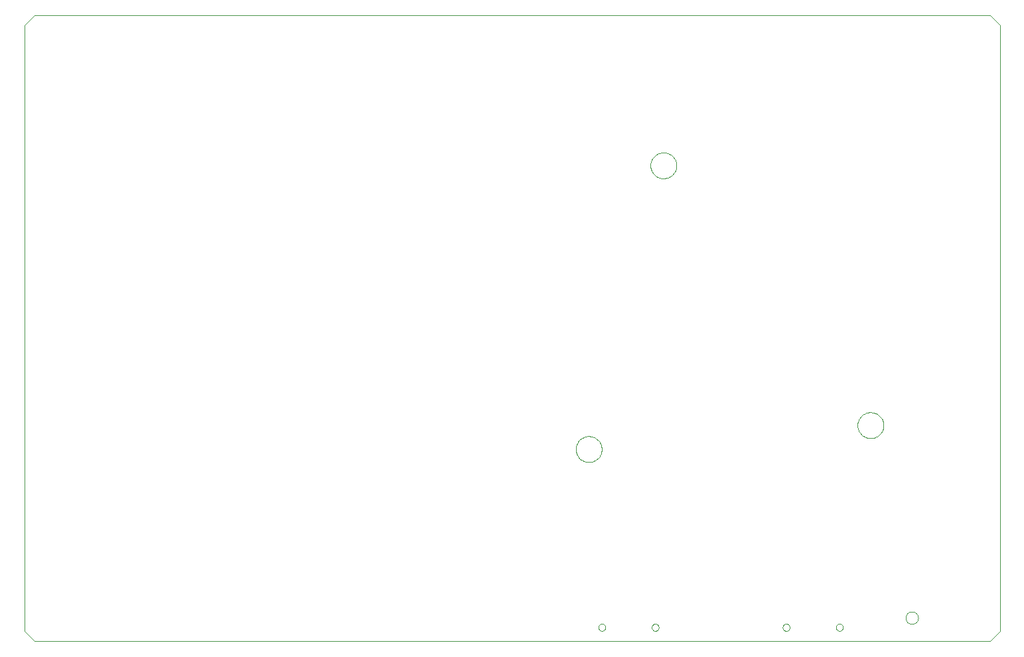
<source format=gko>
G75*
%MOIN*%
%OFA0B0*%
%FSLAX24Y24*%
%IPPOS*%
%LPD*%
%AMOC8*
5,1,8,0,0,1.08239X$1,22.5*
%
%ADD10C,0.0000*%
D10*
X007193Y006495D02*
X007693Y005995D01*
X055693Y005995D01*
X056193Y006495D01*
X056193Y036945D01*
X055693Y037445D01*
X007693Y037445D01*
X007193Y036945D01*
X007193Y006495D01*
X034893Y015645D02*
X034895Y015695D01*
X034901Y015745D01*
X034911Y015795D01*
X034924Y015843D01*
X034941Y015891D01*
X034962Y015937D01*
X034986Y015981D01*
X035014Y016023D01*
X035045Y016063D01*
X035079Y016100D01*
X035116Y016135D01*
X035155Y016166D01*
X035196Y016195D01*
X035240Y016220D01*
X035286Y016242D01*
X035333Y016260D01*
X035381Y016274D01*
X035430Y016285D01*
X035480Y016292D01*
X035530Y016295D01*
X035581Y016294D01*
X035631Y016289D01*
X035681Y016280D01*
X035729Y016268D01*
X035777Y016251D01*
X035823Y016231D01*
X035868Y016208D01*
X035911Y016181D01*
X035951Y016151D01*
X035989Y016118D01*
X036024Y016082D01*
X036057Y016043D01*
X036086Y016002D01*
X036112Y015959D01*
X036135Y015914D01*
X036154Y015867D01*
X036169Y015819D01*
X036181Y015770D01*
X036189Y015720D01*
X036193Y015670D01*
X036193Y015620D01*
X036189Y015570D01*
X036181Y015520D01*
X036169Y015471D01*
X036154Y015423D01*
X036135Y015376D01*
X036112Y015331D01*
X036086Y015288D01*
X036057Y015247D01*
X036024Y015208D01*
X035989Y015172D01*
X035951Y015139D01*
X035911Y015109D01*
X035868Y015082D01*
X035823Y015059D01*
X035777Y015039D01*
X035729Y015022D01*
X035681Y015010D01*
X035631Y015001D01*
X035581Y014996D01*
X035530Y014995D01*
X035480Y014998D01*
X035430Y015005D01*
X035381Y015016D01*
X035333Y015030D01*
X035286Y015048D01*
X035240Y015070D01*
X035196Y015095D01*
X035155Y015124D01*
X035116Y015155D01*
X035079Y015190D01*
X035045Y015227D01*
X035014Y015267D01*
X034986Y015309D01*
X034962Y015353D01*
X034941Y015399D01*
X034924Y015447D01*
X034911Y015495D01*
X034901Y015545D01*
X034895Y015595D01*
X034893Y015645D01*
X036028Y006695D02*
X036030Y006721D01*
X036036Y006747D01*
X036046Y006772D01*
X036059Y006795D01*
X036075Y006815D01*
X036095Y006833D01*
X036117Y006848D01*
X036140Y006860D01*
X036166Y006868D01*
X036192Y006872D01*
X036218Y006872D01*
X036244Y006868D01*
X036270Y006860D01*
X036294Y006848D01*
X036315Y006833D01*
X036335Y006815D01*
X036351Y006795D01*
X036364Y006772D01*
X036374Y006747D01*
X036380Y006721D01*
X036382Y006695D01*
X036380Y006669D01*
X036374Y006643D01*
X036364Y006618D01*
X036351Y006595D01*
X036335Y006575D01*
X036315Y006557D01*
X036293Y006542D01*
X036270Y006530D01*
X036244Y006522D01*
X036218Y006518D01*
X036192Y006518D01*
X036166Y006522D01*
X036140Y006530D01*
X036116Y006542D01*
X036095Y006557D01*
X036075Y006575D01*
X036059Y006595D01*
X036046Y006618D01*
X036036Y006643D01*
X036030Y006669D01*
X036028Y006695D01*
X038705Y006695D02*
X038707Y006721D01*
X038713Y006747D01*
X038723Y006772D01*
X038736Y006795D01*
X038752Y006815D01*
X038772Y006833D01*
X038794Y006848D01*
X038817Y006860D01*
X038843Y006868D01*
X038869Y006872D01*
X038895Y006872D01*
X038921Y006868D01*
X038947Y006860D01*
X038971Y006848D01*
X038992Y006833D01*
X039012Y006815D01*
X039028Y006795D01*
X039041Y006772D01*
X039051Y006747D01*
X039057Y006721D01*
X039059Y006695D01*
X039057Y006669D01*
X039051Y006643D01*
X039041Y006618D01*
X039028Y006595D01*
X039012Y006575D01*
X038992Y006557D01*
X038970Y006542D01*
X038947Y006530D01*
X038921Y006522D01*
X038895Y006518D01*
X038869Y006518D01*
X038843Y006522D01*
X038817Y006530D01*
X038793Y006542D01*
X038772Y006557D01*
X038752Y006575D01*
X038736Y006595D01*
X038723Y006618D01*
X038713Y006643D01*
X038707Y006669D01*
X038705Y006695D01*
X045278Y006695D02*
X045280Y006721D01*
X045286Y006747D01*
X045296Y006772D01*
X045309Y006795D01*
X045325Y006815D01*
X045345Y006833D01*
X045367Y006848D01*
X045390Y006860D01*
X045416Y006868D01*
X045442Y006872D01*
X045468Y006872D01*
X045494Y006868D01*
X045520Y006860D01*
X045544Y006848D01*
X045565Y006833D01*
X045585Y006815D01*
X045601Y006795D01*
X045614Y006772D01*
X045624Y006747D01*
X045630Y006721D01*
X045632Y006695D01*
X045630Y006669D01*
X045624Y006643D01*
X045614Y006618D01*
X045601Y006595D01*
X045585Y006575D01*
X045565Y006557D01*
X045543Y006542D01*
X045520Y006530D01*
X045494Y006522D01*
X045468Y006518D01*
X045442Y006518D01*
X045416Y006522D01*
X045390Y006530D01*
X045366Y006542D01*
X045345Y006557D01*
X045325Y006575D01*
X045309Y006595D01*
X045296Y006618D01*
X045286Y006643D01*
X045280Y006669D01*
X045278Y006695D01*
X047955Y006695D02*
X047957Y006721D01*
X047963Y006747D01*
X047973Y006772D01*
X047986Y006795D01*
X048002Y006815D01*
X048022Y006833D01*
X048044Y006848D01*
X048067Y006860D01*
X048093Y006868D01*
X048119Y006872D01*
X048145Y006872D01*
X048171Y006868D01*
X048197Y006860D01*
X048221Y006848D01*
X048242Y006833D01*
X048262Y006815D01*
X048278Y006795D01*
X048291Y006772D01*
X048301Y006747D01*
X048307Y006721D01*
X048309Y006695D01*
X048307Y006669D01*
X048301Y006643D01*
X048291Y006618D01*
X048278Y006595D01*
X048262Y006575D01*
X048242Y006557D01*
X048220Y006542D01*
X048197Y006530D01*
X048171Y006522D01*
X048145Y006518D01*
X048119Y006518D01*
X048093Y006522D01*
X048067Y006530D01*
X048043Y006542D01*
X048022Y006557D01*
X048002Y006575D01*
X047986Y006595D01*
X047973Y006618D01*
X047963Y006643D01*
X047957Y006669D01*
X047955Y006695D01*
X051455Y007176D02*
X051457Y007211D01*
X051463Y007246D01*
X051473Y007280D01*
X051486Y007313D01*
X051503Y007344D01*
X051524Y007372D01*
X051547Y007399D01*
X051574Y007422D01*
X051602Y007443D01*
X051633Y007460D01*
X051666Y007473D01*
X051700Y007483D01*
X051735Y007489D01*
X051770Y007491D01*
X051805Y007489D01*
X051840Y007483D01*
X051874Y007473D01*
X051907Y007460D01*
X051938Y007443D01*
X051966Y007422D01*
X051993Y007399D01*
X052016Y007372D01*
X052037Y007344D01*
X052054Y007313D01*
X052067Y007280D01*
X052077Y007246D01*
X052083Y007211D01*
X052085Y007176D01*
X052083Y007141D01*
X052077Y007106D01*
X052067Y007072D01*
X052054Y007039D01*
X052037Y007008D01*
X052016Y006980D01*
X051993Y006953D01*
X051966Y006930D01*
X051938Y006909D01*
X051907Y006892D01*
X051874Y006879D01*
X051840Y006869D01*
X051805Y006863D01*
X051770Y006861D01*
X051735Y006863D01*
X051700Y006869D01*
X051666Y006879D01*
X051633Y006892D01*
X051602Y006909D01*
X051574Y006930D01*
X051547Y006953D01*
X051524Y006980D01*
X051503Y007008D01*
X051486Y007039D01*
X051473Y007072D01*
X051463Y007106D01*
X051457Y007141D01*
X051455Y007176D01*
X049043Y016845D02*
X049045Y016895D01*
X049051Y016945D01*
X049061Y016995D01*
X049074Y017043D01*
X049091Y017091D01*
X049112Y017137D01*
X049136Y017181D01*
X049164Y017223D01*
X049195Y017263D01*
X049229Y017300D01*
X049266Y017335D01*
X049305Y017366D01*
X049346Y017395D01*
X049390Y017420D01*
X049436Y017442D01*
X049483Y017460D01*
X049531Y017474D01*
X049580Y017485D01*
X049630Y017492D01*
X049680Y017495D01*
X049731Y017494D01*
X049781Y017489D01*
X049831Y017480D01*
X049879Y017468D01*
X049927Y017451D01*
X049973Y017431D01*
X050018Y017408D01*
X050061Y017381D01*
X050101Y017351D01*
X050139Y017318D01*
X050174Y017282D01*
X050207Y017243D01*
X050236Y017202D01*
X050262Y017159D01*
X050285Y017114D01*
X050304Y017067D01*
X050319Y017019D01*
X050331Y016970D01*
X050339Y016920D01*
X050343Y016870D01*
X050343Y016820D01*
X050339Y016770D01*
X050331Y016720D01*
X050319Y016671D01*
X050304Y016623D01*
X050285Y016576D01*
X050262Y016531D01*
X050236Y016488D01*
X050207Y016447D01*
X050174Y016408D01*
X050139Y016372D01*
X050101Y016339D01*
X050061Y016309D01*
X050018Y016282D01*
X049973Y016259D01*
X049927Y016239D01*
X049879Y016222D01*
X049831Y016210D01*
X049781Y016201D01*
X049731Y016196D01*
X049680Y016195D01*
X049630Y016198D01*
X049580Y016205D01*
X049531Y016216D01*
X049483Y016230D01*
X049436Y016248D01*
X049390Y016270D01*
X049346Y016295D01*
X049305Y016324D01*
X049266Y016355D01*
X049229Y016390D01*
X049195Y016427D01*
X049164Y016467D01*
X049136Y016509D01*
X049112Y016553D01*
X049091Y016599D01*
X049074Y016647D01*
X049061Y016695D01*
X049051Y016745D01*
X049045Y016795D01*
X049043Y016845D01*
X038643Y029895D02*
X038645Y029945D01*
X038651Y029995D01*
X038661Y030045D01*
X038674Y030093D01*
X038691Y030141D01*
X038712Y030187D01*
X038736Y030231D01*
X038764Y030273D01*
X038795Y030313D01*
X038829Y030350D01*
X038866Y030385D01*
X038905Y030416D01*
X038946Y030445D01*
X038990Y030470D01*
X039036Y030492D01*
X039083Y030510D01*
X039131Y030524D01*
X039180Y030535D01*
X039230Y030542D01*
X039280Y030545D01*
X039331Y030544D01*
X039381Y030539D01*
X039431Y030530D01*
X039479Y030518D01*
X039527Y030501D01*
X039573Y030481D01*
X039618Y030458D01*
X039661Y030431D01*
X039701Y030401D01*
X039739Y030368D01*
X039774Y030332D01*
X039807Y030293D01*
X039836Y030252D01*
X039862Y030209D01*
X039885Y030164D01*
X039904Y030117D01*
X039919Y030069D01*
X039931Y030020D01*
X039939Y029970D01*
X039943Y029920D01*
X039943Y029870D01*
X039939Y029820D01*
X039931Y029770D01*
X039919Y029721D01*
X039904Y029673D01*
X039885Y029626D01*
X039862Y029581D01*
X039836Y029538D01*
X039807Y029497D01*
X039774Y029458D01*
X039739Y029422D01*
X039701Y029389D01*
X039661Y029359D01*
X039618Y029332D01*
X039573Y029309D01*
X039527Y029289D01*
X039479Y029272D01*
X039431Y029260D01*
X039381Y029251D01*
X039331Y029246D01*
X039280Y029245D01*
X039230Y029248D01*
X039180Y029255D01*
X039131Y029266D01*
X039083Y029280D01*
X039036Y029298D01*
X038990Y029320D01*
X038946Y029345D01*
X038905Y029374D01*
X038866Y029405D01*
X038829Y029440D01*
X038795Y029477D01*
X038764Y029517D01*
X038736Y029559D01*
X038712Y029603D01*
X038691Y029649D01*
X038674Y029697D01*
X038661Y029745D01*
X038651Y029795D01*
X038645Y029845D01*
X038643Y029895D01*
M02*

</source>
